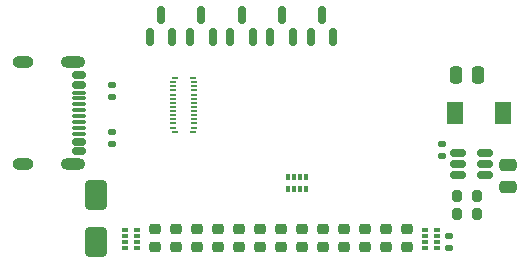
<source format=gtp>
G04 #@! TF.GenerationSoftware,KiCad,Pcbnew,9.0.0*
G04 #@! TF.CreationDate,2025-02-22T22:56:27-05:00*
G04 #@! TF.ProjectId,rp24-usb-tester,72703234-2d75-4736-922d-746573746572,v0.3.1*
G04 #@! TF.SameCoordinates,Original*
G04 #@! TF.FileFunction,Paste,Top*
G04 #@! TF.FilePolarity,Positive*
%FSLAX46Y46*%
G04 Gerber Fmt 4.6, Leading zero omitted, Abs format (unit mm)*
G04 Created by KiCad (PCBNEW 9.0.0) date 2025-02-22 22:56:27*
%MOMM*%
%LPD*%
G01*
G04 APERTURE LIST*
G04 Aperture macros list*
%AMRoundRect*
0 Rectangle with rounded corners*
0 $1 Rounding radius*
0 $2 $3 $4 $5 $6 $7 $8 $9 X,Y pos of 4 corners*
0 Add a 4 corners polygon primitive as box body*
4,1,4,$2,$3,$4,$5,$6,$7,$8,$9,$2,$3,0*
0 Add four circle primitives for the rounded corners*
1,1,$1+$1,$2,$3*
1,1,$1+$1,$4,$5*
1,1,$1+$1,$6,$7*
1,1,$1+$1,$8,$9*
0 Add four rect primitives between the rounded corners*
20,1,$1+$1,$2,$3,$4,$5,0*
20,1,$1+$1,$4,$5,$6,$7,0*
20,1,$1+$1,$6,$7,$8,$9,0*
20,1,$1+$1,$8,$9,$2,$3,0*%
G04 Aperture macros list end*
%ADD10RoundRect,0.218750X0.256250X-0.218750X0.256250X0.218750X-0.256250X0.218750X-0.256250X-0.218750X0*%
%ADD11R,0.490000X0.180000*%
%ADD12R,0.540000X0.230000*%
%ADD13RoundRect,0.150000X0.150000X-0.587500X0.150000X0.587500X-0.150000X0.587500X-0.150000X-0.587500X0*%
%ADD14RoundRect,0.200000X-0.200000X-0.275000X0.200000X-0.275000X0.200000X0.275000X-0.200000X0.275000X0*%
%ADD15R,0.500000X0.320000*%
%ADD16RoundRect,0.250000X0.650000X-1.000000X0.650000X1.000000X-0.650000X1.000000X-0.650000X-1.000000X0*%
%ADD17RoundRect,0.135000X0.185000X-0.135000X0.185000X0.135000X-0.185000X0.135000X-0.185000X-0.135000X0*%
%ADD18RoundRect,0.150000X-0.512500X-0.150000X0.512500X-0.150000X0.512500X0.150000X-0.512500X0.150000X0*%
%ADD19RoundRect,0.250000X-0.250000X-0.475000X0.250000X-0.475000X0.250000X0.475000X-0.250000X0.475000X0*%
%ADD20RoundRect,0.140000X0.170000X-0.140000X0.170000X0.140000X-0.170000X0.140000X-0.170000X-0.140000X0*%
%ADD21RoundRect,0.150000X-0.425000X0.150000X-0.425000X-0.150000X0.425000X-0.150000X0.425000X0.150000X0*%
%ADD22RoundRect,0.075000X-0.500000X0.075000X-0.500000X-0.075000X0.500000X-0.075000X0.500000X0.075000X0*%
%ADD23O,2.100000X1.000000*%
%ADD24O,1.800000X1.000000*%
%ADD25R,1.400000X1.900000*%
%ADD26R,0.320000X0.500000*%
%ADD27RoundRect,0.250000X-0.475000X0.250000X-0.475000X-0.250000X0.475000X-0.250000X0.475000X0.250000X0*%
G04 APERTURE END LIST*
D10*
G04 #@! TO.C,D11*
X31462960Y-22062500D03*
X31462960Y-20487500D03*
G04 #@! TD*
D11*
G04 #@! TO.C,J4*
X17010000Y-8070000D03*
X17010000Y-8420000D03*
X17010000Y-8770000D03*
X17010000Y-9120000D03*
X17010000Y-9470000D03*
X17010000Y-9820000D03*
X17010000Y-10170000D03*
X17010000Y-10520000D03*
X17010000Y-10870000D03*
X17010000Y-11220000D03*
X17010000Y-11570000D03*
X17010000Y-11920000D03*
X15190000Y-11920000D03*
X15190000Y-11570000D03*
X15190000Y-11220000D03*
X15190000Y-10870000D03*
X15190000Y-10520000D03*
X15190000Y-10170000D03*
X15190000Y-9820000D03*
X15190000Y-9470000D03*
X15190000Y-9120000D03*
X15190000Y-8770000D03*
X15190000Y-8420000D03*
X15190000Y-8070000D03*
D12*
X16870000Y-7700000D03*
X15330000Y-7700000D03*
X16870000Y-12300000D03*
X15330000Y-12300000D03*
G04 #@! TD*
D13*
G04 #@! TO.C,Q1*
X13250000Y-4237500D03*
X15150000Y-4237500D03*
X14200000Y-2362500D03*
G04 #@! TD*
D10*
G04 #@! TO.C,D6*
X22556480Y-22062500D03*
X22556480Y-20487500D03*
G04 #@! TD*
D14*
G04 #@! TO.C,R3*
X39275000Y-17700000D03*
X40925000Y-17700000D03*
G04 #@! TD*
D15*
G04 #@! TO.C,RN1*
X11150000Y-20575000D03*
X11150000Y-21075000D03*
X11150000Y-21575000D03*
X11150000Y-22075000D03*
X12150000Y-22075000D03*
X12150000Y-21575000D03*
X12150000Y-21075000D03*
X12150000Y-20575000D03*
G04 #@! TD*
D10*
G04 #@! TO.C,D5*
X20775184Y-22062500D03*
X20775184Y-20487500D03*
G04 #@! TD*
G04 #@! TO.C,D12*
X33244256Y-22062500D03*
X33244256Y-20487500D03*
G04 #@! TD*
D16*
G04 #@! TO.C,D13*
X8700000Y-21600000D03*
X8700000Y-17600000D03*
G04 #@! TD*
D13*
G04 #@! TO.C,Q4*
X23450000Y-4237500D03*
X25350000Y-4237500D03*
X24400000Y-2362500D03*
G04 #@! TD*
D17*
G04 #@! TO.C,R2*
X10000000Y-13310000D03*
X10000000Y-12290000D03*
G04 #@! TD*
D13*
G04 #@! TO.C,Q2*
X16650000Y-4237500D03*
X18550000Y-4237500D03*
X17600000Y-2362500D03*
G04 #@! TD*
G04 #@! TO.C,Q3*
X20050000Y-4237500D03*
X21950000Y-4237500D03*
X21000000Y-2362500D03*
G04 #@! TD*
D10*
G04 #@! TO.C,D7*
X24337776Y-22062500D03*
X24337776Y-20487500D03*
G04 #@! TD*
G04 #@! TO.C,D1*
X13650000Y-22062500D03*
X13650000Y-20487500D03*
G04 #@! TD*
D18*
G04 #@! TO.C,U1*
X39362500Y-14050000D03*
X39362500Y-15000000D03*
X39362500Y-15950000D03*
X41637500Y-15950000D03*
X41637500Y-15000000D03*
X41637500Y-14050000D03*
G04 #@! TD*
D10*
G04 #@! TO.C,D4*
X18993888Y-22062500D03*
X18993888Y-20487500D03*
G04 #@! TD*
D19*
G04 #@! TO.C,C3*
X39150000Y-7500000D03*
X41050000Y-7500000D03*
G04 #@! TD*
D17*
G04 #@! TO.C,R1*
X10000000Y-9310000D03*
X10000000Y-8290000D03*
G04 #@! TD*
D15*
G04 #@! TO.C,RN3*
X37550000Y-22075000D03*
X37550000Y-21575000D03*
X37550000Y-21075000D03*
X37550000Y-20575000D03*
X36550000Y-20575000D03*
X36550000Y-21075000D03*
X36550000Y-21575000D03*
X36550000Y-22075000D03*
G04 #@! TD*
D20*
G04 #@! TO.C,C2*
X37941172Y-14296153D03*
X37941172Y-13336153D03*
G04 #@! TD*
D10*
G04 #@! TO.C,D2*
X15431296Y-22062500D03*
X15431296Y-20487500D03*
G04 #@! TD*
D21*
G04 #@! TO.C,P1*
X7275000Y-7500000D03*
X7275000Y-8300000D03*
D22*
X7275000Y-9450000D03*
X7275000Y-10450000D03*
X7275000Y-10950000D03*
X7275000Y-11950000D03*
D21*
X7275000Y-13100000D03*
X7275000Y-13900000D03*
X7275000Y-13900000D03*
X7275000Y-13100000D03*
D22*
X7275000Y-12450000D03*
X7275000Y-11450000D03*
X7275000Y-9950000D03*
X7275000Y-8950000D03*
D21*
X7275000Y-8300000D03*
X7275000Y-7500000D03*
D23*
X6700000Y-6380000D03*
D24*
X2520000Y-6380000D03*
D23*
X6700000Y-15020000D03*
D24*
X2520000Y-15020000D03*
G04 #@! TD*
D10*
G04 #@! TO.C,D3*
X17212592Y-22062500D03*
X17212592Y-20487500D03*
G04 #@! TD*
D25*
G04 #@! TO.C,L1*
X43130000Y-10700000D03*
X39070000Y-10700000D03*
G04 #@! TD*
D13*
G04 #@! TO.C,Q5*
X26850000Y-4237500D03*
X28750000Y-4237500D03*
X27800000Y-2362500D03*
G04 #@! TD*
D10*
G04 #@! TO.C,D14*
X35025556Y-22062500D03*
X35025556Y-20487500D03*
G04 #@! TD*
D17*
G04 #@! TO.C,R5*
X38600000Y-22110000D03*
X38600000Y-21090000D03*
G04 #@! TD*
D26*
G04 #@! TO.C,RN2*
X26450000Y-16089478D03*
X25950000Y-16089478D03*
X25450000Y-16089478D03*
X24950000Y-16089478D03*
X24950000Y-17089478D03*
X25450000Y-17089478D03*
X25950000Y-17089478D03*
X26450000Y-17089478D03*
G04 #@! TD*
D27*
G04 #@! TO.C,C1*
X43600000Y-15050000D03*
X43600000Y-16950000D03*
G04 #@! TD*
D10*
G04 #@! TO.C,D8*
X26119072Y-22062500D03*
X26119072Y-20487500D03*
G04 #@! TD*
D14*
G04 #@! TO.C,R4*
X39275000Y-19200000D03*
X40925000Y-19200000D03*
G04 #@! TD*
D10*
G04 #@! TO.C,D10*
X29681664Y-22062500D03*
X29681664Y-20487500D03*
G04 #@! TD*
G04 #@! TO.C,D9*
X27900368Y-22062500D03*
X27900368Y-20487500D03*
G04 #@! TD*
M02*

</source>
